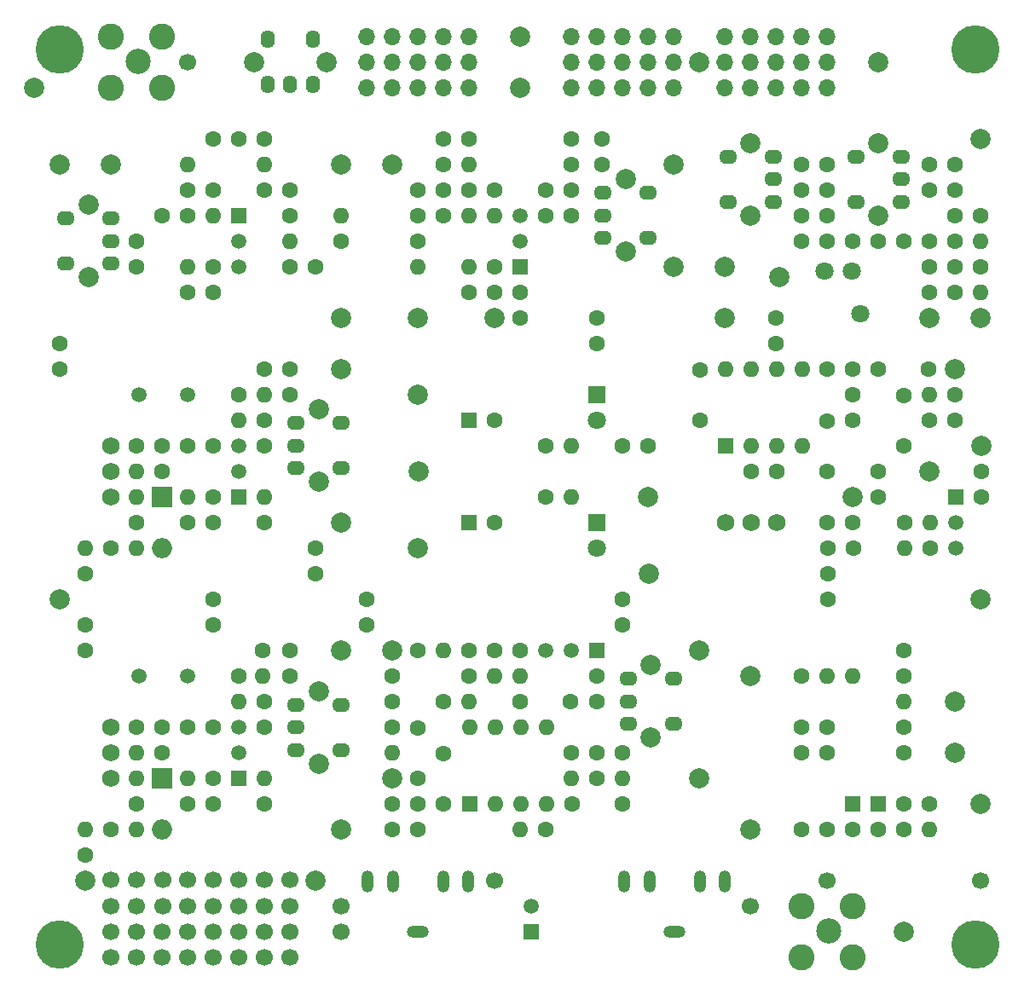
<source format=gbr>
%TF.GenerationSoftware,KiCad,Pcbnew,7.0.2-0*%
%TF.CreationDate,2024-07-16T23:18:08+09:00*%
%TF.ProjectId,am-pcb2,616d2d70-6362-4322-9e6b-696361645f70,rev?*%
%TF.SameCoordinates,Original*%
%TF.FileFunction,Soldermask,Top*%
%TF.FilePolarity,Negative*%
%FSLAX46Y46*%
G04 Gerber Fmt 4.6, Leading zero omitted, Abs format (unit mm)*
G04 Created by KiCad (PCBNEW 7.0.2-0) date 2024-07-16 23:18:08*
%MOMM*%
%LPD*%
G01*
G04 APERTURE LIST*
%ADD10C,4.800000*%
%ADD11C,1.600000*%
%ADD12O,1.600000X1.600000*%
%ADD13C,2.000000*%
%ADD14R,1.500000X1.500000*%
%ADD15C,1.500000*%
%ADD16C,1.700000*%
%ADD17R,1.600000X1.600000*%
%ADD18R,1.800000X1.800000*%
%ADD19C,1.800000*%
%ADD20O,1.400000X1.800000*%
%ADD21O,1.700000X1.700000*%
%ADD22C,2.600000*%
%ADD23C,2.500000*%
%ADD24R,2.000000X2.000000*%
%ADD25O,2.000000X2.000000*%
%ADD26O,1.800000X1.400000*%
%ADD27C,1.750000*%
%ADD28O,2.200000X1.200000*%
%ADD29O,1.200000X2.200000*%
G04 APERTURE END LIST*
D10*
%TO.C,Z3*%
X180340000Y-133350000D03*
%TD*%
D11*
%TO.C,R24*%
X193040000Y-91440000D03*
D12*
X193040000Y-88900000D03*
%TD*%
D13*
%TO.C,TP64*%
X213360000Y-104140000D03*
%TD*%
%TO.C,TP8*%
X208280000Y-121920000D03*
%TD*%
D11*
%TO.C,C8*%
X210820000Y-101600000D03*
X210820000Y-99060000D03*
%TD*%
%TO.C,C54*%
X264160000Y-78820000D03*
X264160000Y-83820000D03*
%TD*%
D13*
%TO.C,TP91*%
X208280000Y-71120000D03*
%TD*%
D11*
%TO.C,C75*%
X218440000Y-114380000D03*
X218440000Y-119380000D03*
%TD*%
%TO.C,L71*%
X236220000Y-114300000D03*
D12*
X236220000Y-116840000D03*
%TD*%
D11*
%TO.C,L61*%
X190500000Y-114300000D03*
D12*
X187960000Y-114300000D03*
%TD*%
D11*
%TO.C,R76*%
X228600000Y-121920000D03*
D12*
X226060000Y-121920000D03*
%TD*%
D14*
%TO.C,Q61*%
X198120000Y-116840000D03*
D15*
X198120000Y-114300000D03*
X198120000Y-111760000D03*
%TD*%
D13*
%TO.C,TP75*%
X248920000Y-121920000D03*
%TD*%
D11*
%TO.C,C16*%
X195580000Y-66040000D03*
X195580000Y-68580000D03*
%TD*%
D16*
%TO.C,J85*%
X185420000Y-134620000D03*
X187960000Y-134620000D03*
X190500000Y-134620000D03*
X193040000Y-134620000D03*
X195580000Y-134620000D03*
X198120000Y-134620000D03*
X200660000Y-134620000D03*
X203200000Y-134620000D03*
X185420000Y-132080000D03*
X187960000Y-132080000D03*
X190500000Y-132080000D03*
X193040000Y-132080000D03*
X195580000Y-132080000D03*
X198120000Y-132080000D03*
X200660000Y-132080000D03*
X203200000Y-132080000D03*
X185420000Y-129540000D03*
X187960000Y-129540000D03*
X190540000Y-129540000D03*
X193040000Y-129540000D03*
X195580000Y-129540000D03*
X198120000Y-129540000D03*
X200660000Y-129540000D03*
X203200000Y-129540000D03*
X185420000Y-126960000D03*
X187960000Y-126960000D03*
X190540000Y-126960000D03*
X193040000Y-126960000D03*
X195580000Y-126960000D03*
X198120000Y-126960000D03*
X200660000Y-126960000D03*
X203200000Y-126960000D03*
%TD*%
D17*
%TO.C,U71*%
X220990000Y-119380000D03*
D12*
X223530000Y-119380000D03*
X226070000Y-119380000D03*
X228610000Y-119380000D03*
X228610000Y-111760000D03*
X226070000Y-111760000D03*
X223530000Y-111760000D03*
X220990000Y-111760000D03*
%TD*%
D18*
%TO.C,D82*%
X233680000Y-91440000D03*
D19*
X233680000Y-93980000D03*
%TD*%
D16*
%TO.C,TP46*%
X193040000Y-45720000D03*
%TD*%
D13*
%TO.C,TP86*%
X182880000Y-127000000D03*
%TD*%
D20*
%TO.C,T1*%
X200950000Y-47970000D03*
X203200000Y-47970000D03*
X205450000Y-47970000D03*
X205450000Y-43470000D03*
X200950000Y-43470000D03*
D13*
X199600000Y-45720000D03*
X206800000Y-45720000D03*
%TD*%
%TO.C,TP24*%
X215900000Y-71120000D03*
%TD*%
D11*
%TO.C,R33*%
X223520000Y-58420000D03*
D12*
X223520000Y-60960000D03*
%TD*%
D21*
%TO.C,J83*%
X246380000Y-48260000D03*
X248920000Y-48260000D03*
X251460000Y-48260000D03*
X254000000Y-48260000D03*
X256540000Y-48260000D03*
X246380000Y-45720000D03*
X248920000Y-45720000D03*
X251460000Y-45720000D03*
X254000000Y-45720000D03*
X256540000Y-45720000D03*
X246380000Y-43180000D03*
X248920000Y-43180000D03*
X251460000Y-43180000D03*
X254000000Y-43180000D03*
X256540000Y-43180000D03*
%TD*%
D11*
%TO.C,C74*%
X226060000Y-109220000D03*
X231060000Y-109220000D03*
%TD*%
%TO.C,C21*%
X180340000Y-73660000D03*
X180340000Y-76200000D03*
%TD*%
D13*
%TO.C,TP76*%
X271780000Y-119380000D03*
%TD*%
D11*
%TO.C,C34*%
X228600000Y-58420000D03*
X228600000Y-60960000D03*
%TD*%
%TO.C,C40*%
X254000000Y-60960000D03*
X256540000Y-60960000D03*
%TD*%
D13*
%TO.C,TP85*%
X226060000Y-43180000D03*
%TD*%
D11*
%TO.C,R12*%
X208280000Y-63500000D03*
D12*
X208280000Y-60960000D03*
%TD*%
D11*
%TO.C,C86*%
X264160000Y-119380000D03*
X264160000Y-121920000D03*
%TD*%
%TO.C,C55*%
X271790000Y-86350000D03*
X271790000Y-88890000D03*
%TD*%
%TO.C,C61*%
X243850000Y-81270000D03*
X243850000Y-76270000D03*
%TD*%
D16*
%TO.C,TP48*%
X208280000Y-129540000D03*
%TD*%
D11*
%TO.C,C23*%
X200660000Y-81280000D03*
X200660000Y-83820000D03*
%TD*%
D16*
%TO.C,TP42*%
X248920000Y-129540000D03*
%TD*%
D11*
%TO.C,R71*%
X226060000Y-104140000D03*
D12*
X226060000Y-106680000D03*
%TD*%
D11*
%TO.C,L22*%
X187960000Y-91440000D03*
D12*
X187960000Y-88900000D03*
%TD*%
D11*
%TO.C,R62*%
X215900000Y-104140000D03*
D12*
X218440000Y-104140000D03*
%TD*%
D11*
%TO.C,R11*%
X200660000Y-53340000D03*
D12*
X200660000Y-55880000D03*
%TD*%
D13*
%TO.C,TP51*%
X226060000Y-48260000D03*
%TD*%
D11*
%TO.C,R75*%
X213360000Y-111760000D03*
D12*
X213360000Y-114300000D03*
%TD*%
D13*
%TO.C,TP73*%
X243841000Y-104140000D03*
%TD*%
D10*
%TO.C,Z1*%
X271272000Y-44450000D03*
%TD*%
D11*
%TO.C,C33*%
X231140000Y-58420000D03*
X231140000Y-60960000D03*
%TD*%
%TO.C,R64*%
X193040000Y-119380000D03*
D12*
X193040000Y-116840000D03*
%TD*%
D13*
%TO.C,TP96*%
X271780000Y-99060000D03*
%TD*%
D12*
%TO.C,*%
X259080000Y-106680000D03*
%TD*%
D11*
%TO.C,C66*%
X195580000Y-116840000D03*
X195580000Y-119380000D03*
%TD*%
%TO.C,R68*%
X200660000Y-119380000D03*
D12*
X200660000Y-116840000D03*
%TD*%
D11*
%TO.C,C52*%
X261620000Y-88890000D03*
X261620000Y-86350000D03*
%TD*%
D14*
%TO.C,Q11*%
X198120000Y-60960000D03*
D15*
X198120000Y-63500000D03*
X198120000Y-66040000D03*
%TD*%
D11*
%TO.C,C71*%
X213360000Y-106680000D03*
X213360000Y-109220000D03*
%TD*%
D13*
%TO.C,TP1*%
X215900000Y-78740000D03*
%TD*%
D11*
%TO.C,C44*%
X269240000Y-68580000D03*
X266700000Y-68580000D03*
%TD*%
%TO.C,C60*%
X248930000Y-86350000D03*
X251470000Y-86350000D03*
%TD*%
D13*
%TO.C,TP50*%
X177800000Y-48260000D03*
%TD*%
D11*
%TO.C,C22*%
X203200000Y-76200000D03*
X203200000Y-78740000D03*
%TD*%
D14*
%TO.C,U1*%
X227140000Y-132080000D03*
D15*
X227140000Y-129540000D03*
%TD*%
D11*
%TO.C,R21*%
X200660000Y-76200000D03*
D12*
X200660000Y-78740000D03*
%TD*%
D11*
%TO.C,C72*%
X233680000Y-106680000D03*
X233680000Y-109220000D03*
%TD*%
%TO.C,R53*%
X269240000Y-78740000D03*
D12*
X266700000Y-78740000D03*
%TD*%
D11*
%TO.C,C59*%
X261620000Y-76190000D03*
X266620000Y-76190000D03*
%TD*%
D22*
%TO.C,J3*%
X254000000Y-129540000D03*
X254000000Y-134620000D03*
X259080000Y-129540000D03*
X259080000Y-134620000D03*
D23*
X256640000Y-132005000D03*
%TD*%
D11*
%TO.C,R22*%
X215900000Y-63500000D03*
D12*
X215900000Y-66040000D03*
%TD*%
D13*
%TO.C,TP87*%
X243840000Y-45720000D03*
%TD*%
D11*
%TO.C,C17*%
X226060000Y-68580000D03*
X226060000Y-71120000D03*
%TD*%
D24*
%TO.C,D21*%
X190500000Y-88900000D03*
D25*
X190500000Y-93980000D03*
%TD*%
D13*
%TO.C,TP5*%
X269240000Y-76190000D03*
%TD*%
D15*
%TO.C,X61*%
X188160000Y-106680000D03*
X193040000Y-106680000D03*
%TD*%
D13*
%TO.C,TP6*%
X266700000Y-86360000D03*
%TD*%
%TO.C,TP99*%
X180340000Y-99060000D03*
%TD*%
D11*
%TO.C,C85*%
X254000000Y-121920000D03*
X256540000Y-121920000D03*
%TD*%
D13*
%TO.C,TP44*%
X271790000Y-83810000D03*
%TD*%
D11*
%TO.C,C82*%
X256540000Y-111760000D03*
X256540000Y-114300000D03*
%TD*%
%TO.C,R52*%
X264170000Y-91430000D03*
D12*
X264170000Y-93970000D03*
%TD*%
D11*
%TO.C,*%
X264160000Y-104140000D03*
%TD*%
%TO.C,R83*%
X266700000Y-119380000D03*
D12*
X266700000Y-121920000D03*
%TD*%
D15*
%TO.C,X21*%
X188160000Y-78740000D03*
X193040000Y-78740000D03*
%TD*%
D11*
%TO.C,R74*%
X218440000Y-109220000D03*
D12*
X220980000Y-109220000D03*
%TD*%
D13*
%TO.C,TP23*%
X208280000Y-76200000D03*
%TD*%
D11*
%TO.C,L11*%
X203200000Y-60960000D03*
D12*
X203200000Y-63500000D03*
%TD*%
D26*
%TO.C,T21*%
X203780000Y-81570000D03*
X203780000Y-83820000D03*
X203780000Y-86070000D03*
X208280000Y-86070000D03*
X208280000Y-81570000D03*
D13*
X206030000Y-80220000D03*
X206030000Y-87420000D03*
%TD*%
D11*
%TO.C,C79*%
X231140000Y-114300000D03*
X233680000Y-114300000D03*
%TD*%
%TO.C,C64*%
X200660000Y-109220000D03*
X200660000Y-111760000D03*
%TD*%
D13*
%TO.C,TP53*%
X238760000Y-88900000D03*
%TD*%
D11*
%TO.C,C7*%
X195580000Y-101600000D03*
X195580000Y-99060000D03*
%TD*%
%TO.C,C37*%
X223520000Y-66040000D03*
X223520000Y-68580000D03*
%TD*%
%TO.C,C83*%
X264160000Y-111760000D03*
X264160000Y-114300000D03*
%TD*%
D14*
%TO.C,Q21*%
X198120000Y-88900000D03*
D15*
X198120000Y-86360000D03*
X198120000Y-83820000D03*
%TD*%
D19*
%TO.C,U81*%
X256278400Y-66471800D03*
X258978400Y-66471800D03*
X259778400Y-70671800D03*
%TD*%
D13*
%TO.C,TP92*%
X241300000Y-55880000D03*
%TD*%
%TO.C,TP84*%
X266700000Y-71120000D03*
%TD*%
D11*
%TO.C,C2*%
X233680000Y-73660000D03*
X233680000Y-71120000D03*
%TD*%
%TO.C,C9*%
X236220000Y-101600000D03*
X236220000Y-99060000D03*
%TD*%
%TO.C,C65*%
X193040000Y-111760000D03*
X195580000Y-111760000D03*
%TD*%
D16*
%TO.C,TP49*%
X271780000Y-127000000D03*
%TD*%
D13*
%TO.C,TP3*%
X180340000Y-55880000D03*
%TD*%
D11*
%TO.C,R32*%
X220980000Y-58420000D03*
D12*
X220980000Y-60960000D03*
%TD*%
D11*
%TO.C,C13*%
X205740000Y-66040000D03*
X203200000Y-66040000D03*
%TD*%
%TO.C,C73*%
X231180000Y-119380000D03*
X236180000Y-119380000D03*
%TD*%
%TO.C,R65*%
X182880000Y-124460000D03*
D12*
X182880000Y-121920000D03*
%TD*%
D11*
%TO.C,R54*%
X266710000Y-93970000D03*
D12*
X266710000Y-91430000D03*
%TD*%
D18*
%TO.C,D81*%
X233680000Y-78740000D03*
D19*
X233680000Y-81280000D03*
%TD*%
D11*
%TO.C,C36*%
X215900000Y-60960000D03*
X218440000Y-60960000D03*
%TD*%
%TO.C,R14*%
X193040000Y-68580000D03*
D12*
X193040000Y-66040000D03*
%TD*%
D11*
%TO.C,R27*%
X185420000Y-93980000D03*
D12*
X187960000Y-93980000D03*
%TD*%
D27*
%TO.C,R55*%
X246390000Y-91430000D03*
X248930000Y-91430000D03*
X251470000Y-91430000D03*
%TD*%
D13*
%TO.C,TP54*%
X259080000Y-88900000D03*
%TD*%
D14*
%TO.C,Q31*%
X226060000Y-66040000D03*
D15*
X226060000Y-63500000D03*
X226060000Y-60960000D03*
%TD*%
D13*
%TO.C,TP83*%
X251735000Y-67085000D03*
%TD*%
D22*
%TO.C,J4*%
X185420000Y-43180000D03*
X185420000Y-48260000D03*
X190500000Y-43180000D03*
X190500000Y-48260000D03*
D23*
X188060000Y-45645000D03*
%TD*%
D11*
%TO.C,C76*%
X213360000Y-119380000D03*
X215900000Y-119380000D03*
%TD*%
D13*
%TO.C,TP11*%
X215900000Y-93980000D03*
%TD*%
D11*
%TO.C,R13*%
X193040000Y-58420000D03*
D12*
X193040000Y-55880000D03*
%TD*%
D17*
%TO.C,C1*%
X220980000Y-81280000D03*
D11*
X223520000Y-81280000D03*
%TD*%
%TO.C,R34*%
X220980000Y-68580000D03*
D12*
X220980000Y-66040000D03*
%TD*%
D11*
%TO.C,C84*%
X236220000Y-83820000D03*
X238760000Y-83820000D03*
%TD*%
%TO.C,C50*%
X266700000Y-63500000D03*
X264160000Y-63500000D03*
%TD*%
%TO.C,C43*%
X269240000Y-66040000D03*
X266700000Y-66040000D03*
%TD*%
%TO.C,C12*%
X200660000Y-58420000D03*
X203200000Y-58420000D03*
%TD*%
D24*
%TO.C,D61*%
X190500000Y-116840000D03*
D25*
X190500000Y-121920000D03*
%TD*%
D14*
%TO.C,IC51*%
X269250000Y-88890000D03*
D15*
X269250000Y-91430000D03*
X269250000Y-93970000D03*
%TD*%
D17*
%TO.C,D84*%
X261620000Y-119380000D03*
D11*
X261620000Y-121920000D03*
%TD*%
%TO.C,C51*%
X269240000Y-81280000D03*
X266700000Y-81280000D03*
%TD*%
%TO.C,R81*%
X228600000Y-83820000D03*
D12*
X231140000Y-83820000D03*
%TD*%
D11*
%TO.C,R73*%
X233680000Y-116840000D03*
D12*
X231140000Y-116840000D03*
%TD*%
D11*
%TO.C,L21*%
X190500000Y-86360000D03*
D12*
X187960000Y-86360000D03*
%TD*%
D11*
%TO.C,C4*%
X205740000Y-96520000D03*
X205740000Y-93980000D03*
%TD*%
%TO.C,C3*%
X256550000Y-96510000D03*
X256550000Y-99050000D03*
%TD*%
D17*
%TO.C,D83*%
X259080000Y-119380000D03*
D11*
X259080000Y-121920000D03*
%TD*%
D13*
%TO.C,TP63*%
X208280000Y-104140000D03*
%TD*%
D11*
%TO.C,R61*%
X200460000Y-104140000D03*
D12*
X200460000Y-106680000D03*
%TD*%
D21*
%TO.C,J82*%
X210820000Y-48260000D03*
X213360000Y-48260000D03*
X215900000Y-48260000D03*
X218440000Y-48260000D03*
X220980000Y-48260000D03*
X210820000Y-45720000D03*
X213360000Y-45720000D03*
X215900000Y-45720000D03*
X218440000Y-45720000D03*
X220980000Y-45720000D03*
X210820000Y-43180000D03*
X213360000Y-43180000D03*
X215900000Y-43180000D03*
X218440000Y-43180000D03*
X220980000Y-43180000D03*
%TD*%
D13*
%TO.C,TP7*%
X213360000Y-116840000D03*
%TD*%
D17*
%TO.C,C6*%
X220980000Y-91440000D03*
D11*
X223520000Y-91440000D03*
%TD*%
%TO.C,C38*%
X234188000Y-55880000D03*
X234188000Y-53340000D03*
%TD*%
%TO.C,R82*%
X228600000Y-88900000D03*
D12*
X231140000Y-88900000D03*
%TD*%
D11*
%TO.C,L42*%
X271780000Y-66040000D03*
D12*
X271780000Y-68580000D03*
%TD*%
D13*
%TO.C,TP95*%
X243840000Y-116840000D03*
%TD*%
D11*
%TO.C,R72*%
X223520000Y-104140000D03*
D12*
X223520000Y-106680000D03*
%TD*%
D11*
%TO.C,C15*%
X187960000Y-63500000D03*
X187960000Y-66040000D03*
%TD*%
D13*
%TO.C,TP97*%
X271780000Y-53340000D03*
%TD*%
%TO.C,TP13*%
X208280000Y-55881000D03*
%TD*%
D11*
%TO.C,R63*%
X198120000Y-106680000D03*
D12*
X198120000Y-109220000D03*
%TD*%
D26*
%TO.C,T71*%
X236764000Y-111470000D03*
X236764000Y-109220000D03*
X236764000Y-106970000D03*
X241264000Y-106970000D03*
X241264000Y-111470000D03*
D13*
X239014000Y-105620000D03*
X239014000Y-112820000D03*
%TD*%
D16*
%TO.C,TP41*%
X208280000Y-132080000D03*
%TD*%
D11*
%TO.C,C41*%
X254000000Y-63500000D03*
X256540000Y-63500000D03*
%TD*%
%TO.C,C67*%
X190500000Y-111760000D03*
X187960000Y-111760000D03*
%TD*%
D26*
%TO.C,T41*%
X251170000Y-59610000D03*
X251170000Y-57360000D03*
X251170000Y-55110000D03*
X246670000Y-55110000D03*
X246670000Y-59610000D03*
D13*
X248920000Y-60960000D03*
X248920000Y-53760000D03*
%TD*%
D11*
%TO.C,C58*%
X256540000Y-91440000D03*
X259080000Y-91440000D03*
%TD*%
%TO.C,C35*%
X215900000Y-58420000D03*
X218440000Y-58420000D03*
%TD*%
%TO.C,L41*%
X269240000Y-63500000D03*
D12*
X271780000Y-63500000D03*
%TD*%
D11*
%TO.C,C63*%
X203200000Y-104140000D03*
X203200000Y-106680000D03*
%TD*%
%TO.C,C32*%
X218440000Y-53340000D03*
X218440000Y-55880000D03*
%TD*%
D13*
%TO.C,TP33*%
X241300000Y-66040000D03*
%TD*%
D11*
%TO.C,C78*%
X215900000Y-116840000D03*
X215900000Y-111840000D03*
%TD*%
%TO.C,C81*%
X254000000Y-111760000D03*
X254000000Y-114300000D03*
%TD*%
D26*
%TO.C,T61*%
X203780000Y-109535400D03*
X203780000Y-111785400D03*
X203780000Y-114035400D03*
X208280000Y-114035400D03*
X208280000Y-109535400D03*
D13*
X206030000Y-108185400D03*
X206030000Y-115385400D03*
%TD*%
D16*
%TO.C,TP45*%
X256540000Y-127000000D03*
%TD*%
D13*
%TO.C,TP10*%
X269240000Y-114300000D03*
%TD*%
D11*
%TO.C,C14*%
X190500000Y-60960000D03*
X193040000Y-60960000D03*
%TD*%
D13*
%TO.C,TP82*%
X205740000Y-127000000D03*
%TD*%
D11*
%TO.C,R15*%
X195580000Y-58420000D03*
D12*
X195580000Y-60960000D03*
%TD*%
D11*
%TO.C,C5*%
X251460000Y-73660000D03*
X251460000Y-71120000D03*
%TD*%
%TO.C,R23*%
X198120000Y-78740000D03*
D12*
X198120000Y-81280000D03*
%TD*%
D26*
%TO.C,T42*%
X263870000Y-59610000D03*
X263870000Y-57360000D03*
X263870000Y-55110000D03*
X259370000Y-55110000D03*
X259370000Y-59610000D03*
D13*
X261620000Y-60960000D03*
X261620000Y-53760000D03*
%TD*%
%TO.C,TP98*%
X238820000Y-96520000D03*
%TD*%
D11*
%TO.C,R25*%
X182880000Y-96520000D03*
D12*
X182880000Y-93980000D03*
%TD*%
D28*
%TO.C,J1*%
X215900000Y-132080000D03*
D29*
X210900000Y-127080000D03*
X213400000Y-127080000D03*
X220900000Y-127080000D03*
X218400000Y-127080000D03*
%TD*%
D11*
%TO.C,C46*%
X256540000Y-58420000D03*
X256540000Y-55880000D03*
%TD*%
%TO.C,C42*%
X269240000Y-60960000D03*
X271780000Y-60960000D03*
%TD*%
%TO.C,C48*%
X269240000Y-58420000D03*
X269240000Y-55880000D03*
%TD*%
D10*
%TO.C,Z4*%
X180340000Y-44450000D03*
%TD*%
D13*
%TO.C,TP88*%
X264160000Y-132080000D03*
%TD*%
D11*
%TO.C,C56*%
X259090000Y-93970000D03*
X256550000Y-93970000D03*
%TD*%
%TO.C,C53*%
X259080000Y-78740000D03*
X259080000Y-81280000D03*
%TD*%
%TO.C,C49*%
X259080000Y-63500000D03*
X261620000Y-63500000D03*
%TD*%
D13*
%TO.C,TP4*%
X185420000Y-55880000D03*
%TD*%
D11*
%TO.C,C31*%
X231140000Y-55880000D03*
X231140000Y-53340000D03*
%TD*%
%TO.C,C11*%
X198120000Y-53340000D03*
X195580000Y-53340000D03*
%TD*%
D13*
%TO.C,TP14*%
X213360000Y-55880000D03*
%TD*%
D11*
%TO.C,C24*%
X193040000Y-83820000D03*
X195580000Y-83820000D03*
%TD*%
%TO.C,R28*%
X200660000Y-91440000D03*
D12*
X200660000Y-88900000D03*
%TD*%
D13*
%TO.C,TP34*%
X246380000Y-66040000D03*
%TD*%
D21*
%TO.C,J81*%
X231140000Y-48260000D03*
X233680000Y-48260000D03*
X236220000Y-48260000D03*
X238760000Y-48260000D03*
X241300000Y-48260000D03*
X231140000Y-45720000D03*
X233680000Y-45720000D03*
X236220000Y-45720000D03*
X238760000Y-45720000D03*
X241300000Y-45720000D03*
X231140000Y-43180000D03*
X233680000Y-43180000D03*
X236220000Y-43180000D03*
X238760000Y-43180000D03*
X241300000Y-43180000D03*
%TD*%
D27*
%TO.C,R26*%
X185420000Y-88900000D03*
X185420000Y-86360000D03*
X185420000Y-83820000D03*
%TD*%
D11*
%TO.C,C57*%
X256540000Y-81350000D03*
X256540000Y-86350000D03*
%TD*%
%TO.C,L81*%
X254000000Y-106680000D03*
D12*
X256540000Y-106680000D03*
%TD*%
D13*
%TO.C,TP93*%
X208280000Y-91440000D03*
%TD*%
D17*
%TO.C,U51*%
X246390000Y-83810000D03*
D12*
X248930000Y-83810000D03*
X251470000Y-83810000D03*
X254010000Y-83810000D03*
X254010000Y-76190000D03*
X251470000Y-76190000D03*
X248930000Y-76190000D03*
X246390000Y-76190000D03*
%TD*%
D11*
%TO.C,C68*%
X256540000Y-76200000D03*
X259080000Y-76200000D03*
%TD*%
D13*
%TO.C,TP9*%
X269240000Y-109220000D03*
%TD*%
D27*
%TO.C,R66*%
X185420000Y-116840000D03*
X185420000Y-114300000D03*
X185420000Y-111760000D03*
%TD*%
D11*
%TO.C,L82*%
X264160000Y-106680000D03*
D12*
X264160000Y-109220000D03*
%TD*%
D11*
%TO.C,C77*%
X215900000Y-121920000D03*
X213360000Y-121920000D03*
%TD*%
D28*
%TO.C,J2*%
X241380000Y-132080000D03*
D29*
X236380000Y-127080000D03*
X238880000Y-127080000D03*
X246380000Y-127080000D03*
X243880000Y-127080000D03*
%TD*%
D11*
%TO.C,R31*%
X220980000Y-53340000D03*
D12*
X220980000Y-55880000D03*
%TD*%
D13*
%TO.C,TP74*%
X248920000Y-106680000D03*
%TD*%
%TO.C,TP94*%
X246380000Y-71120000D03*
%TD*%
D11*
%TO.C,L62*%
X187960000Y-119380000D03*
D12*
X187960000Y-116840000D03*
%TD*%
D10*
%TO.C,Z2*%
X271272000Y-133350000D03*
%TD*%
D13*
%TO.C,TP25*%
X223520000Y-71120000D03*
%TD*%
%TO.C,TP81*%
X261620000Y-45720000D03*
%TD*%
D11*
%TO.C,C26*%
X190500000Y-83820000D03*
X187960000Y-83820000D03*
%TD*%
D13*
%TO.C,TP2*%
X215959000Y-86360000D03*
%TD*%
D11*
%TO.C,C62*%
X182880000Y-101600000D03*
X182880000Y-104140000D03*
%TD*%
%TO.C,C25*%
X195580000Y-88900000D03*
X195580000Y-91440000D03*
%TD*%
D16*
%TO.C,TP47*%
X223520000Y-127000000D03*
%TD*%
D13*
%TO.C,TP43*%
X271780000Y-71120000D03*
%TD*%
D11*
%TO.C,C45*%
X254000000Y-58420000D03*
X254000000Y-55880000D03*
%TD*%
%TO.C,R67*%
X185420000Y-121920000D03*
D12*
X187960000Y-121920000D03*
%TD*%
D14*
%TO.C,Q71*%
X233680000Y-104140000D03*
D15*
X231140000Y-104140000D03*
X228600000Y-104140000D03*
%TD*%
D11*
%TO.C,C80*%
X220980000Y-104140000D03*
X220980000Y-106680000D03*
%TD*%
D26*
%TO.C,T12*%
X185420000Y-61250000D03*
X185420000Y-63500000D03*
X185420000Y-65750000D03*
X180920000Y-65750000D03*
X180920000Y-61250000D03*
D13*
X183170000Y-67100000D03*
X183170000Y-59900000D03*
%TD*%
D11*
%TO.C,C47*%
X266700000Y-58420000D03*
X266700000Y-55880000D03*
%TD*%
D26*
%TO.C,T31*%
X234260000Y-58710000D03*
X234260000Y-60960000D03*
X234260000Y-63210000D03*
X238760000Y-58710000D03*
X238760000Y-63210000D03*
D13*
X236510000Y-57360000D03*
X236510000Y-64560000D03*
%TD*%
M02*

</source>
